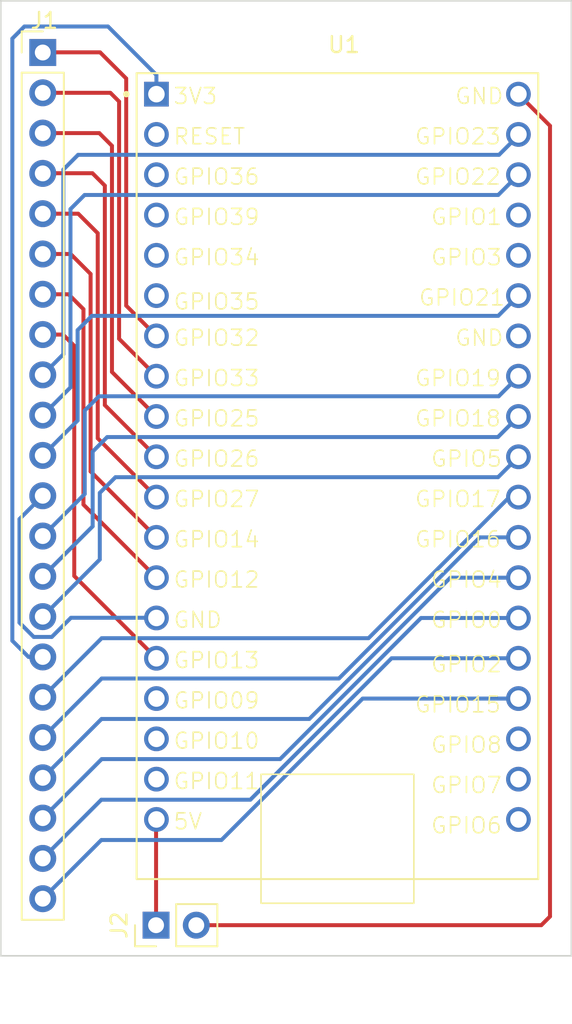
<source format=kicad_pcb>
(kicad_pcb (version 20221018) (generator pcbnew)
  (layers (0 "F.Cu" signal) (31 "B.Cu" signal) (34 "B.Paste" user) (35 "F.Paste" user) (36 "B.SilkS" user "B.Silkscreen") (37 "F.SilkS" user "F.Silkscreen") (38 "B.Mask" user) (39 "F.Mask" user) (44 "Edge.Cuts" user))
  (net 0 "")
  (net 1 "Net-(J1-Pin_22)")
  (net 2 "Net-(J1-Pin_21)")
  (net 3 "Net-(J1-Pin_20)")
  (net 4 "Net-(J1-Pin_19)")
  (net 5 "Net-(J1-Pin_18)")
  (net 6 "Net-(J1-Pin_17)")
  (net 7 "Net-(J1-Pin_16)")
  (net 8 "Net-(J1-Pin_15)")
  (net 9 "Net-(J1-Pin_14)")
  (net 10 "Net-(J1-Pin_13)")
  (net 11 "Net-(J1-Pin_12)")
  (net 12 "Net-(J1-Pin_11)")
  (net 13 "Net-(J1-Pin_10)")
  (net 14 "Net-(J1-Pin_9)")
  (net 15 "Net-(J1-Pin_8)")
  (net 16 "Net-(J1-Pin_7)")
  (net 17 "Net-(J1-Pin_6)")
  (net 18 "Net-(J1-Pin_5)")
  (net 19 "Net-(J1-Pin_4)")
  (net 20 "Net-(J1-Pin_3)")
  (net 21 "Net-(J1-Pin_2)")
  (net 22 "Net-(J1-Pin_1)")
  (net 24 "Net-(J2-Pin_1)")
  (net 38 "Net-(J2-Pin_2)")
  (footprint "Connector_PinHeader_2.54mm:PinHeader_1x02_P2.54mm_Vertical" (layer "F.Cu") (at 118.905 112.38 90)
    (fp_text reference "J2" (at 0 -2.33 90) (layer "F.SilkS"))
    (fp_text value "Conn_01x02_Pin")
    (fp_line (start -1.33 -1.33) (end 0 -1.33) (stroke (width 0.12)) (layer "F.SilkS"))
    (fp_line (start -1.33 0) (end -1.33 -1.33) (stroke (width 0.12)) (layer "F.SilkS"))
    (fp_line (start -1.33 1.27) (end -1.33 3.87) (stroke (width 0.12)) (layer "F.SilkS"))
    (fp_line (start -1.33 1.27) (end 1.33 1.27) (stroke (width 0.12)) (layer "F.SilkS"))
    (fp_line (start -1.33 3.87) (end 1.33 3.87) (stroke (width 0.12)) (layer "F.SilkS"))
    (fp_line (start 1.33 1.27) (end 1.33 3.87) (stroke (width 0.12)) (layer "F.SilkS"))
    (pad "1" thru_hole rect (at 0 0 90) (size 1.7 1.7) (drill 1) (layers "*.Cu" "*.Mask") (net 24 "Net-(J2-Pin_1)"))
    (pad "2" thru_hole oval (at 0 2.54 90) (size 1.7 1.7) (drill 1) (layers "*.Cu" "*.Mask") (net 38 "Net-(J2-Pin_2)"))
  )
  (footprint "Connector_PinHeader_2.54mm:PinHeader_1x22_P2.54mm_Vertical" (layer "F.Cu") (at 111.75 57.37)
    (fp_text reference "J1" (at 0.1 -2.01) (layer "F.SilkS"))
    (fp_text value "Conn_01x22_Pin" hide)
    (fp_line (start -1.33 -1.33) (end 0 -1.33) (stroke (width 0.12)) (layer "F.SilkS"))
    (fp_line (start -1.33 0) (end -1.33 -1.33) (stroke (width 0.12)) (layer "F.SilkS"))
    (fp_line (start -1.33 1.27) (end -1.33 54.67) (stroke (width 0.12)) (layer "F.SilkS"))
    (fp_line (start -1.33 1.27) (end 1.33 1.27) (stroke (width 0.12)) (layer "F.SilkS"))
    (fp_line (start -1.33 54.67) (end 1.33 54.67) (stroke (width 0.12)) (layer "F.SilkS"))
    (fp_line (start 1.33 1.27) (end 1.33 54.67) (stroke (width 0.12)) (layer "F.SilkS"))
    (pad "1" thru_hole rect (at 0 0) (size 1.7 1.7) (drill 1) (layers "*.Cu" "*.Mask") (net 22 "Net-(J1-Pin_1)"))
    (pad "2" thru_hole oval (at 0 2.54) (size 1.7 1.7) (drill 1) (layers "*.Cu" "*.Mask") (net 21 "Net-(J1-Pin_2)"))
    (pad "3" thru_hole oval (at 0 5.08) (size 1.7 1.7) (drill 1) (layers "*.Cu" "*.Mask") (net 20 "Net-(J1-Pin_3)"))
    (pad "4" thru_hole oval (at 0 7.62) (size 1.7 1.7) (drill 1) (layers "*.Cu" "*.Mask") (net 19 "Net-(J1-Pin_4)"))
    (pad "5" thru_hole oval (at 0 10.16) (size 1.7 1.7) (drill 1) (layers "*.Cu" "*.Mask") (net 18 "Net-(J1-Pin_5)"))
    (pad "6" thru_hole oval (at 0 12.7) (size 1.7 1.7) (drill 1) (layers "*.Cu" "*.Mask") (net 17 "Net-(J1-Pin_6)"))
    (pad "7" thru_hole oval (at 0 15.24) (size 1.7 1.7) (drill 1) (layers "*.Cu" "*.Mask") (net 16 "Net-(J1-Pin_7)"))
    (pad "8" thru_hole oval (at 0 17.78) (size 1.7 1.7) (drill 1) (layers "*.Cu" "*.Mask") (net 15 "Net-(J1-Pin_8)"))
    (pad "9" thru_hole oval (at 0 20.32) (size 1.7 1.7) (drill 1) (layers "*.Cu" "*.Mask") (net 14 "Net-(J1-Pin_9)"))
    (pad "10" thru_hole oval (at 0 22.86) (size 1.7 1.7) (drill 1) (layers "*.Cu" "*.Mask") (net 13 "Net-(J1-Pin_10)"))
    (pad "11" thru_hole oval (at 0 25.4) (size 1.7 1.7) (drill 1) (layers "*.Cu" "*.Mask") (net 12 "Net-(J1-Pin_11)"))
    (pad "12" thru_hole oval (at 0 27.94) (size 1.7 1.7) (drill 1) (layers "*.Cu" "*.Mask") (net 11 "Net-(J1-Pin_12)"))
    (pad "13" thru_hole oval (at 0 30.48) (size 1.7 1.7) (drill 1) (layers "*.Cu" "*.Mask") (net 10 "Net-(J1-Pin_13)"))
    (pad "14" thru_hole oval (at 0 33.02) (size 1.7 1.7) (drill 1) (layers "*.Cu" "*.Mask") (net 9 "Net-(J1-Pin_14)"))
    (pad "15" thru_hole oval (at 0 35.56) (size 1.7 1.7) (drill 1) (layers "*.Cu" "*.Mask") (net 8 "Net-(J1-Pin_15)"))
    (pad "16" thru_hole oval (at 0 38.1) (size 1.7 1.7) (drill 1) (layers "*.Cu" "*.Mask") (net 7 "Net-(J1-Pin_16)"))
    (pad "17" thru_hole oval (at 0 40.64) (size 1.7 1.7) (drill 1) (layers "*.Cu" "*.Mask") (net 6 "Net-(J1-Pin_17)"))
    (pad "18" thru_hole oval (at 0 43.18) (size 1.7 1.7) (drill 1) (layers "*.Cu" "*.Mask") (net 5 "Net-(J1-Pin_18)"))
    (pad "19" thru_hole oval (at 0 45.72) (size 1.7 1.7) (drill 1) (layers "*.Cu" "*.Mask") (net 4 "Net-(J1-Pin_19)"))
    (pad "20" thru_hole oval (at 0 48.26) (size 1.7 1.7) (drill 1) (layers "*.Cu" "*.Mask") (net 3 "Net-(J1-Pin_20)"))
    (pad "21" thru_hole oval (at 0 50.8) (size 1.7 1.7) (drill 1) (layers "*.Cu" "*.Mask") (net 2 "Net-(J1-Pin_21)"))
    (pad "22" thru_hole oval (at 0 53.34) (size 1.7 1.7) (drill 1) (layers "*.Cu" "*.Mask") (net 1 "Net-(J1-Pin_22)"))
  )
  (footprint "ESP32 28-pin:MODULE_ESP32-DEVKITC-32D" (layer "F.Cu") (at 131.6275 79.7545)
    (fp_text reference "U1" (at -0.86 -22.87) (layer "F.SilkS") (effects (font (size 1.000386 1.000386))))
    (fp_text value "ESP32-DEVKITC-32D" hide)
    (fp_text user "GPIO2" (at 4.572 16.764 unlocked) (layer "F.SilkS") (effects (font (thickness 0.1)) (justify left bottom)))
    (fp_text user "GND" (at 6.096 -3.81 unlocked) (layer "F.SilkS") (effects (font (thickness 0.1)) (justify left bottom)))
    (fp_text user "GPIO25" (at -11.684 1.27 unlocked) (layer "F.SilkS") (effects (font (thickness 0.1)) (justify left bottom)))
    (fp_text user "GPIO35" (at -11.684 -6.096 unlocked) (layer "F.SilkS") (effects (font (thickness 0.1)) (justify left bottom)))
    (fp_text user "GPIO39" (at -11.684 -11.43 unlocked) (layer "F.SilkS") (effects (font (thickness 0.1)) (justify left bottom)))
    (fp_text user "GPIO09" (at -11.684 19.05 unlocked) (layer "F.SilkS") (effects (font (thickness 0.1)) (justify left bottom)))
    (fp_text user "GPIO26" (at -11.684 3.81 unlocked) (layer "F.SilkS") (effects (font (thickness 0.1)) (justify left bottom)))
    (fp_text user "GPIO12" (at -11.684 11.43 unlocked) (layer "F.SilkS") (effects (font (thickness 0.1)) (justify left bottom)))
    (fp_text user "GND" (at -11.684 13.97 unlocked) (layer "F.SilkS") (effects (font (thickness 0.1)) (justify left bottom)))
    (fp_text user "GPIO10" (at -11.684 21.59 unlocked) (layer "F.SilkS") (effects (font (thickness 0.1)) (justify left bottom)))
    (fp_text user "GPIO22" (at 3.556 -13.97 unlocked) (layer "F.SilkS") (effects (font (thickness 0.1)) (justify left bottom)))
    (fp_text user "GPIO4" (at 4.572 11.43 unlocked) (layer "F.SilkS") (effects (font (thickness 0.1)) (justify left bottom)))
    (fp_text user "GPIO6" (at 4.572 26.924 unlocked) (layer "F.SilkS") (effects (font (thickness 0.1)) (justify left bottom)))
    (fp_text user "GPIO34" (at -11.684 -8.89 unlocked) (layer "F.SilkS") (effects (font (thickness 0.1)) (justify left bottom)))
    (fp_text user "GPIO17" (at 3.556 6.35 unlocked) (layer "F.SilkS") (effects (font (thickness 0.1)) (justify left bottom)))
    (fp_text user "GPIO0" (at 4.572 13.97 unlocked) (layer "F.SilkS") (effects (font (thickness 0.1)) (justify left bottom)))
    (fp_text user "GPIO15" (at 3.556 19.304 unlocked) (layer "F.SilkS") (effects (font (thickness 0.1)) (justify left bottom)))
    (fp_text user "GPIO5" (at 4.572 3.81 unlocked) (layer "F.SilkS") (effects (font (thickness 0.1)) (justify left bottom)))
    (fp_text user "GPIO11" (at -11.684 24.13 unlocked) (layer "F.SilkS") (effects (font (thickness 0.1)) (justify left bottom)))
    (fp_text user "GPIO18" (at 3.556 1.27 unlocked) (layer "F.SilkS") (effects (font (thickness 0.1)) (justify left bottom)))
    (fp_text user "GPIO23" (at 3.556 -16.51 unlocked) (layer "F.SilkS") (effects (font (thickness 0.1)) (justify left bottom)))
    (fp_text user "GPIO33" (at -11.684 -1.27 unlocked) (layer "F.SilkS") (effects (font (thickness 0.1)) (justify left bottom)))
    (fp_text user "GPIO14" (at -11.684 8.89 unlocked) (layer "F.SilkS") (effects (font (thickness 0.1)) (justify left bottom)))
    (fp_text user "GPIO3" (at 4.572 -8.89 unlocked) (layer "F.SilkS") (effects (font (thickness 0.1)) (justify left bottom)))
    (fp_text user "GPIO1" (at 4.572 -11.43 unlocked) (layer "F.SilkS") (effects (font (thickness 0.1)) (justify left bottom)))
    (fp_text user "GPIO7" (at 4.572 24.384 unlocked) (layer "F.SilkS") (effects (font (thickness 0.1)) (justify left bottom)))
    (fp_text user "5V" (at -11.684 26.67 unlocked) (layer "F.SilkS") (effects (font (thickness 0.1)) (justify left bottom)))
    (fp_text user "GPIO19" (at 3.556 -1.27 unlocked) (layer "F.SilkS") (effects (font (thickness 0.1)) (justify left bottom)))
    (fp_text user "RESET" (at -11.684 -16.51 unlocked) (layer "F.SilkS") (effects (font (thickness 0.1)) (justify left bottom)))
    (fp_text user "GPIO27" (at -11.684 6.35 unlocked) (layer "F.SilkS") (effects (font (thickness 0.1)) (justify left bottom)))
    (fp_text user "GPIO21" (at 3.81 -6.35 unlocked) (layer "F.SilkS") (effects (font (thickness 0.1)) (justify left bottom)))
    (fp_text user "GPIO13" (at -11.684 16.51 unlocked) (layer "F.SilkS") (effects (font (thickness 0.1)) (justify left bottom)))
    (fp_text user "GPIO16" (at 3.556 8.89 unlocked) (layer "F.SilkS") (effects (font (thickness 0.1)) (justify left bottom)))
    (fp_text user "GPIO32" (at -11.684 -3.81 unlocked) (layer "F.SilkS") (effects (font (thickness 0.1)) (justify left bottom)))
    (fp_text user "GPIO8" (at 4.572 21.844 unlocked) (layer "F.SilkS") (effects (font (thickness 0.1)) (justify left bottom)))
    (fp_text user "GND" (at 6.096 -19.05 unlocked) (layer "F.SilkS") (effects (font (thickness 0.1)) (justify left bottom)))
    (fp_text user "3V3" (at -11.684 -19.05 unlocked) (layer "F.SilkS") (effects (font (thickness 0.1)) (justify left bottom)))
    (fp_text user "GPIO36" (at -11.684 -13.97 unlocked) (layer "F.SilkS") (effects (font (thickness 0.1)) (justify left bottom)))
    (fp_line (start -13.95 -21.082) (end 11.41 -21.082) (stroke (width 0.127)) (layer "F.SilkS"))
    (fp_line (start -13.95 29.718) (end -13.95 -21.082) (stroke (width 0.127)) (layer "F.SilkS"))
    (fp_line (start 11.41 -21.082) (end 11.41 29.718) (stroke (width 0.127)) (layer "F.SilkS"))
    (fp_line (start 11.41 29.718) (end -13.95 29.718) (stroke (width 0.127)) (layer "F.SilkS"))
    (fp_rect (start -6.096 23.114) (end 3.556 31.242) (stroke (width 0.1)) (fill none) (layer "F.SilkS"))
    (fp_circle (center -14.6 -19.76) (end -14.5 -19.76) (stroke (width 0.2)) (fill none) (layer "F.SilkS"))
    (pad "J2-1" thru_hole rect (at -12.7 -19.76) (size 1.56 1.56) (drill 1.04) (layers "*.Cu" "*.Mask") (net 7 "Net-(J1-Pin_16)"))
    (pad "J2-2" thru_hole circle (at -12.7 -17.22) (size 1.56 1.56) (drill 1.04) (layers "*.Cu" "*.Mask"))
    (pad "J2-3" thru_hole circle (at -12.7 -14.68) (size 1.56 1.56) (drill 1.04) (layers "*.Cu" "*.Mask"))
    (pad "J2-4" thru_hole circle (at -12.7 -12.14) (size 1.56 1.56) (drill 1.04) (layers "*.Cu" "*.Mask"))
    (pad "J2-5" thru_hole circle (at -12.7 -9.6) (size 1.56 1.56) (drill 1.04) (layers "*.Cu" "*.Mask"))
    (pad "J2-6" thru_hole circle (at -12.7 -7.06) (size 1.56 1.56) (drill 1.04) (layers "*.Cu" "*.Mask"))
    (pad "J2-7" thru_hole circle (at -12.7 -4.52) (size 1.56 1.56) (drill 1.04) (layers "*.Cu" "*.Mask") (net 22 "Net-(J1-Pin_1)"))
    (pad "J2-8" thru_hole circle (at -12.7 -1.98) (size 1.56 1.56) (drill 1.04) (layers "*.Cu" "*.Mask") (net 21 "Net-(J1-Pin_2)"))
    (pad "J2-9" thru_hole circle (at -12.7 0.56) (size 1.56 1.56) (drill 1.04) (layers "*.Cu" "*.Mask") (net 20 "Net-(J1-Pin_3)"))
    (pad "J2-10" thru_hole circle (at -12.7 3.1) (size 1.56 1.56) (drill 1.04) (layers "*.Cu" "*.Mask") (net 19 "Net-(J1-Pin_4)"))
    (pad "J2-11" thru_hole circle (at -12.7 5.64) (size 1.56 1.56) (drill 1.04) (layers "*.Cu" "*.Mask") (net 18 "Net-(J1-Pin_5)"))
    (pad "J2-12" thru_hole circle (at -12.7 8.18) (size 1.56 1.56) (drill 1.04) (layers "*.Cu" "*.Mask") (net 17 "Net-(J1-Pin_6)"))
    (pad "J2-13" thru_hole circle (at -12.7 10.72) (size 1.56 1.56) (drill 1.04) (layers "*.Cu" "*.Mask") (net 16 "Net-(J1-Pin_7)"))
    (pad "J2-14" thru_hole circle (at -12.7 13.26) (size 1.56 1.56) (drill 1.04) (layers "*.Cu" "*.Mask") (net 11 "Net-(J1-Pin_12)"))
    (pad "J2-15" thru_hole circle (at -12.7 15.8) (size 1.56 1.56) (drill 1.04) (layers "*.Cu" "*.Mask") (net 15 "Net-(J1-Pin_8)"))
    (pad "J2-16" thru_hole circle (at -12.7 18.34) (size 1.56 1.56) (drill 1.04) (layers "*.Cu" "*.Mask"))
    (pad "J2-17" thru_hole circle (at -12.7 20.88) (size 1.56 1.56) (drill 1.04) (layers "*.Cu" "*.Mask"))
    (pad "J2-18" thru_hole circle (at -12.7 23.42) (size 1.56 1.56) (drill 1.04) (layers "*.Cu" "*.Mask"))
    (pad "J2-19" thru_hole circle (at -12.7 25.96) (size 1.56 1.56) (drill 1.04) (layers "*.Cu" "*.Mask") (net 24 "Net-(J2-Pin_1)"))
    (pad "J3-1" thru_hole circle (at 10.16 -19.76) (size 1.56 1.56) (drill 1.04) (layers "*.Cu" "*.Mask") (net 38 "Net-(J2-Pin_2)"))
    (pad "J3-2" thru_hole circle (at 10.16 -17.22) (size 1.56 1.56) (drill 1.04) (layers "*.Cu" "*.Mask") (net 14 "Net-(J1-Pin_9)"))
    (pad "J3-3" thru_hole circle (at 10.16 -14.68) (size 1.56 1.56) (drill 1.04) (layers "*.Cu" "*.Mask") (net 13 "Net-(J1-Pin_10)"))
    (pad "J3-4" thru_hole circle (at 10.16 -12.14) (size 1.56 1.56) (drill 1.04) (layers "*.Cu" "*.Mask"))
    (pad "J3-5" thru_hole circle (at 10.16 -9.6) (size 1.56 1.56) (drill 1.04) (layers "*.Cu" "*.Mask"))
    (pad "J3-6" thru_hole circle (at 10.16 -7.06) (size 1.56 1.56) (drill 1.04) (layers "*.Cu" "*.Mask") (net 12 "Net-(J1-Pin_11)"))
    (pad "J3-7" thru_hole circle (at 10.16 -4.52) (size 1.56 1.56) (drill 1.04) (layers "*.Cu" "*.Mask"))
    (pad "J3-8" thru_hole circle (at 10.16 -1.98) (size 1.56 1.56) (drill 1.04) (layers "*.Cu" "*.Mask") (net 10 "Net-(J1-Pin_13)"))
    (pad "J3-9" thru_hole circle (at 10.16 0.56) (size 1.56 1.56) (drill 1.04) (layers "*.Cu" "*.Mask") (net 9 "Net-(J1-Pin_14)"))
    (pad "J3-10" thru_hole circle (at 10.16 3.1) (size 1.56 1.56) (drill 1.04) (layers "*.Cu" "*.Mask") (net 8 "Net-(J1-Pin_15)"))
    (pad "J3-11" thru_hole circle (at 10.16 5.64) (size 1.56 1.56) (drill 1.04) (layers "*.Cu" "*.Mask") (net 6 "Net-(J1-Pin_17)"))
    (pad "J3-12" thru_hole circle (at 10.16 8.18) (size 1.56 1.56) (drill 1.04) (layers "*.Cu" "*.Mask") (net 5 "Net-(J1-Pin_18)"))
    (pad "J3-13" thru_hole circle (at 10.16 10.72) (size 1.56 1.56) (drill 1.04) (layers "*.Cu" "*.Mask") (net 4 "Net-(J1-Pin_19)"))
    (pad "J3-14" thru_hole circle (at 10.16 13.26) (size 1.56 1.56) (drill 1.04) (layers "*.Cu" "*.Mask") (net 3 "Net-(J1-Pin_20)"))
    (pad "J3-15" thru_hole circle (at 10.16 15.8) (size 1.56 1.56) (drill 1.04) (layers "*.Cu" "*.Mask") (net 2 "Net-(J1-Pin_21)"))
    (pad "J3-16" thru_hole circle (at 10.16 18.34) (size 1.56 1.56) (drill 1.04) (layers "*.Cu" "*.Mask") (net 1 "Net-(J1-Pin_22)"))
    (pad "J3-17" thru_hole circle (at 10.16 20.88) (size 1.56 1.56) (drill 1.04) (layers "*.Cu" "*.Mask"))
    (pad "J3-18" thru_hole circle (at 10.16 23.42) (size 1.56 1.56) (drill 1.04) (layers "*.Cu" "*.Mask"))
    (pad "J3-19" thru_hole circle (at 10.16 25.96) (size 1.56 1.56) (drill 1.04) (layers "*.Cu" "*.Mask"))
  )
  (gr_rect (start 109.1 54.11) (end 145.13 114.31) (stroke (width 0.1)) (fill none) (layer "Edge.Cuts"))
  (segment (start 111.75 110.71) (end 115.45 107.01) (width 0.25) (layer "B.Cu") (net 1))
  (segment (start 123.035 107.01) (end 131.9505 98.0945) (width 0.25) (layer "B.Cu") (net 1))
  (segment (start 131.9505 98.0945) (end 141.7875 98.0945) (width 0.25) (layer "B.Cu") (net 1))
  (segment (start 115.45 107.01) (end 123.035 107.01) (width 0.25) (layer "B.Cu") (net 1))
  (segment (start 124.86 104.47) (end 133.7755 95.5545) (width 0.25) (layer "B.Cu") (net 2))
  (segment (start 111.75 108.17) (end 115.45 104.47) (width 0.25) (layer "B.Cu") (net 2))
  (segment (start 115.45 104.47) (end 124.86 104.47) (width 0.25) (layer "B.Cu") (net 2))
  (segment (start 133.7755 95.5545) (end 141.7875 95.5545) (width 0.25) (layer "B.Cu") (net 2))
  (segment (start 135.6355 93.0145) (end 141.7875 93.0145) (width 0.25) (layer "B.Cu") (net 3))
  (segment (start 111.75 105.63) (end 115.47 101.91) (width 0.25) (layer "B.Cu") (net 3))
  (segment (start 115.47 101.91) (end 126.74 101.91) (width 0.25) (layer "B.Cu") (net 3))
  (segment (start 126.74 101.91) (end 135.6355 93.0145) (width 0.25) (layer "B.Cu") (net 3))
  (segment (start 115.46 99.38) (end 128.58 99.38) (width 0.25) (layer "B.Cu") (net 4))
  (segment (start 128.58 99.38) (end 137.4855 90.4745) (width 0.25) (layer "B.Cu") (net 4))
  (segment (start 111.75 103.09) (end 115.46 99.38) (width 0.25) (layer "B.Cu") (net 4))
  (segment (start 137.4855 90.4745) (end 141.7875 90.4745) (width 0.25) (layer "B.Cu") (net 4))
  (segment (start 139.3455 87.9345) (end 141.7875 87.9345) (width 0.25) (layer "B.Cu") (net 5))
  (segment (start 130.45 96.83) (end 139.3455 87.9345) (width 0.25) (layer "B.Cu") (net 5))
  (segment (start 111.75 100.55) (end 115.47 96.83) (width 0.25) (layer "B.Cu") (net 5))
  (segment (start 115.47 96.83) (end 130.45 96.83) (width 0.25) (layer "B.Cu") (net 5))
  (segment (start 132.32 94.29) (end 141.2155 85.3945) (width 0.25) (layer "B.Cu") (net 6))
  (segment (start 141.2155 85.3945) (end 141.7875 85.3945) (width 0.25) (layer "B.Cu") (net 6))
  (segment (start 111.75 98.01) (end 115.47 94.29) (width 0.25) (layer "B.Cu") (net 6))
  (segment (start 115.47 94.29) (end 132.32 94.29) (width 0.25) (layer "B.Cu") (net 6))
  (segment (start 109.83 94.45) (end 109.83 56.49) (width 0.25) (layer "B.Cu") (net 7))
  (segment (start 110.85 95.47) (end 111.75 95.47) (width 0.25) (layer "B.Cu") (net 7))
  (segment (start 110.85 95.47) (end 109.83 94.45) (width 0.25) (layer "B.Cu") (net 7))
  (segment (start 115.87 55.73) (end 118.9275 58.7875) (width 0.25) (layer "B.Cu") (net 7))
  (segment (start 109.83 56.49) (end 110.59 55.73) (width 0.25) (layer "B.Cu") (net 7))
  (segment (start 118.9275 58.7875) (end 118.9275 59.9945) (width 0.25) (layer "B.Cu") (net 7))
  (segment (start 110.59 55.73) (end 115.87 55.73) (width 0.25) (layer "B.Cu") (net 7))
  (segment (start 140.502 84.14) (end 141.7875 82.8545) (width 0.25) (layer "B.Cu") (net 8))
  (segment (start 115.35 85.13) (end 116.34 84.14) (width 0.25) (layer "B.Cu") (net 8))
  (segment (start 111.75 92.93) (end 115.35 89.33) (width 0.25) (layer "B.Cu") (net 8))
  (segment (start 115.35 89.33) (end 115.35 85.13) (width 0.25) (layer "B.Cu") (net 8))
  (segment (start 116.34 84.14) (end 140.502 84.14) (width 0.25) (layer "B.Cu") (net 8))
  (segment (start 111.75 90.39) (end 114.9 87.24) (width 0.25) (layer "B.Cu") (net 9))
  (segment (start 114.9 87.24) (end 114.9 82.53) (width 0.25) (layer "B.Cu") (net 9))
  (segment (start 114.9 82.53) (end 115.82 81.61) (width 0.25) (layer "B.Cu") (net 9))
  (segment (start 140.492 81.61) (end 141.7875 80.3145) (width 0.25) (layer "B.Cu") (net 9))
  (segment (start 115.82 81.61) (end 140.492 81.61) (width 0.25) (layer "B.Cu") (net 9))
  (segment (start 115.3 79.04) (end 140.54 79.04) (width 0.25) (layer "B.Cu") (net 10))
  (segment (start 140.54 79.04) (end 141.8055 77.7745) (width 0.25) (layer "B.Cu") (net 10))
  (segment (start 114.4 79.94) (end 115.3 79.04) (width 0.25) (layer "B.Cu") (net 10))
  (segment (start 114.4 85.2) (end 114.4 79.94) (width 0.25) (layer "B.Cu") (net 10))
  (segment (start 111.75 87.85) (end 114.4 85.2) (width 0.25) (layer "B.Cu") (net 10))
  (segment (start 118.913 93) (end 118.9275 93.0145) (width 0.25) (layer "B.Cu") (net 11))
  (segment (start 110.28 93.31) (end 111.18 94.21) (width 0.25) (layer "B.Cu") (net 11))
  (segment (start 110.28 86.78) (end 111.75 85.31) (width 0.25) (layer "B.Cu") (net 11))
  (segment (start 112.32 94.21) (end 113.53 93) (width 0.25) (layer "B.Cu") (net 11))
  (segment (start 113.53 93) (end 118.913 93) (width 0.25) (layer "B.Cu") (net 11))
  (segment (start 110.28 86.78) (end 110.28 93.31) (width 0.25) (layer "B.Cu") (net 11))
  (segment (start 111.18 94.21) (end 112.32 94.21) (width 0.25) (layer "B.Cu") (net 11))
  (segment (start 140.512 73.97) (end 141.7875 72.6945) (width 0.25) (layer "B.Cu") (net 12))
  (segment (start 111.75 82.77) (end 113.95 80.57) (width 0.25) (layer "B.Cu") (net 12))
  (segment (start 113.95 74.87) (end 114.85 73.97) (width 0.25) (layer "B.Cu") (net 12))
  (segment (start 114.85 73.97) (end 140.512 73.97) (width 0.25) (layer "B.Cu") (net 12))
  (segment (start 113.95 80.57) (end 113.95 74.87) (width 0.25) (layer "B.Cu") (net 12))
  (segment (start 113.5 67.24) (end 114.39 66.35) (width 0.25) (layer "B.Cu") (net 13))
  (segment (start 114.39 66.35) (end 140.512 66.35) (width 0.25) (layer "B.Cu") (net 13))
  (segment (start 113.5 78.48) (end 113.5 67.24) (width 0.25) (layer "B.Cu") (net 13))
  (segment (start 140.512 66.35) (end 141.7875 65.0745) (width 0.25) (layer "B.Cu") (net 13))
  (segment (start 111.75 80.23) (end 113.5 78.48) (width 0.25) (layer "B.Cu") (net 13))
  (segment (start 111.75 77.69) (end 113.05 76.39) (width 0.25) (layer "B.Cu") (net 14))
  (segment (start 113.05 64.75) (end 113.98 63.82) (width 0.25) (layer "B.Cu") (net 14))
  (segment (start 113.05 76.39) (end 113.05 64.75) (width 0.25) (layer "B.Cu") (net 14))
  (segment (start 140.56 63.82) (end 141.8455 62.5345) (width 0.25) (layer "B.Cu") (net 14))
  (segment (start 113.98 63.82) (end 140.56 63.82) (width 0.25) (layer "B.Cu") (net 14))
  (segment (start 113.74 90.367) (end 118.9275 95.5545) (width 0.25) (layer "F.Cu") (net 15))
  (segment (start 113.74 75.86) (end 113.74 90.367) (width 0.25) (layer "F.Cu") (net 15))
  (segment (start 113.03 75.15) (end 113.74 75.86) (width 0.25) (layer "F.Cu") (net 15))
  (segment (start 111.75 75.15) (end 113.03 75.15) (width 0.25) (layer "F.Cu") (net 15))
  (segment (start 114.32 85.867) (end 118.9275 90.4745) (width 0.25) (layer "F.Cu") (net 16))
  (segment (start 111.75 72.61) (end 113.38 72.61) (width 0.25) (layer "F.Cu") (net 16))
  (segment (start 114.32 73.55) (end 114.32 85.867) (width 0.25) (layer "F.Cu") (net 16))
  (segment (start 113.38 72.61) (end 114.32 73.55) (width 0.25) (layer "F.Cu") (net 16))
  (segment (start 114.77 71.33) (end 114.77 83.777) (width 0.25) (layer "F.Cu") (net 17))
  (segment (start 111.75 70.07) (end 113.51 70.07) (width 0.25) (layer "F.Cu") (net 17))
  (segment (start 114.77 83.777) (end 118.9275 87.9345) (width 0.25) (layer "F.Cu") (net 17))
  (segment (start 113.51 70.07) (end 114.77 71.33) (width 0.25) (layer "F.Cu") (net 17))
  (segment (start 111.75 67.53) (end 113.99 67.53) (width 0.25) (layer "F.Cu") (net 18))
  (segment (start 115.22 81.687) (end 118.9275 85.3945) (width 0.25) (layer "F.Cu") (net 18))
  (segment (start 115.22 68.76) (end 115.22 81.687) (width 0.25) (layer "F.Cu") (net 18))
  (segment (start 113.99 67.53) (end 115.22 68.76) (width 0.25) (layer "F.Cu") (net 18))
  (segment (start 111.76 64.98) (end 114.89 64.98) (width 0.25) (layer "F.Cu") (net 19))
  (segment (start 115.67 79.597) (end 118.9275 82.8545) (width 0.25) (layer "F.Cu") (net 19))
  (segment (start 111.75 64.99) (end 111.76 64.98) (width 0.25) (layer "F.Cu") (net 19))
  (segment (start 114.89 64.98) (end 115.67 65.76) (width 0.25) (layer "F.Cu") (net 19))
  (segment (start 115.67 65.76) (end 115.67 79.597) (width 0.25) (layer "F.Cu") (net 19))
  (segment (start 116.12 77.507) (end 118.9275 80.3145) (width 0.25) (layer "F.Cu") (net 20))
  (segment (start 111.75 62.45) (end 115.32 62.45) (width 0.25) (layer "F.Cu") (net 20))
  (segment (start 115.32 62.45) (end 116.12 63.25) (width 0.25) (layer "F.Cu") (net 20))
  (segment (start 116.12 63.25) (end 116.12 77.507) (width 0.25) (layer "F.Cu") (net 20))
  (segment (start 116.57 60.46) (end 116.57 75.417) (width 0.25) (layer "F.Cu") (net 21))
  (segment (start 116.57 75.417) (end 118.9275 77.7745) (width 0.25) (layer "F.Cu") (net 21))
  (segment (start 111.75 59.91) (end 116.02 59.91) (width 0.25) (layer "F.Cu") (net 21))
  (segment (start 116.02 59.91) (end 116.57 60.46) (width 0.25) (layer "F.Cu") (net 21))
  (segment (start 117.02 59.01) (end 117.02 73.327) (width 0.25) (layer "F.Cu") (net 22))
  (segment (start 115.37 57.36) (end 117.02 59.01) (width 0.25) (layer "F.Cu") (net 22))
  (segment (start 117.02 73.327) (end 118.9275 75.2345) (width 0.25) (layer "F.Cu") (net 22))
  (segment (start 111.75 57.37) (end 111.76 57.36) (width 0.25) (layer "F.Cu") (net 22))
  (segment (start 111.76 57.36) (end 115.37 57.36) (width 0.25) (layer "F.Cu") (net 22))
  (segment (start 118.905 105.737) (end 118.905 112.38) (width 0.25) (layer "F.Cu") (net 24))
  (segment (start 118.9275 105.7145) (end 118.905 105.737) (width 0.25) (layer "F.Cu") (net 24))
  (segment (start 141.7875 59.9945) (end 141.7875 59.9975) (width 0.25) (layer "F.Cu") (net 38))
  (segment (start 141.7875 59.9975) (end 143.78 61.99) (width 0.25) (layer "F.Cu") (net 38))
  (segment (start 143.23 112.38) (end 121.445 112.38) (width 0.25) (layer "F.Cu") (net 38))
  (segment (start 143.78 61.99) (end 143.78 111.83) (width 0.25) (layer "F.Cu") (net 38))
  (segment (start 143.78 111.83) (end 143.23 112.38) (width 0.25) (layer "F.Cu") (net 38))
)
</source>
